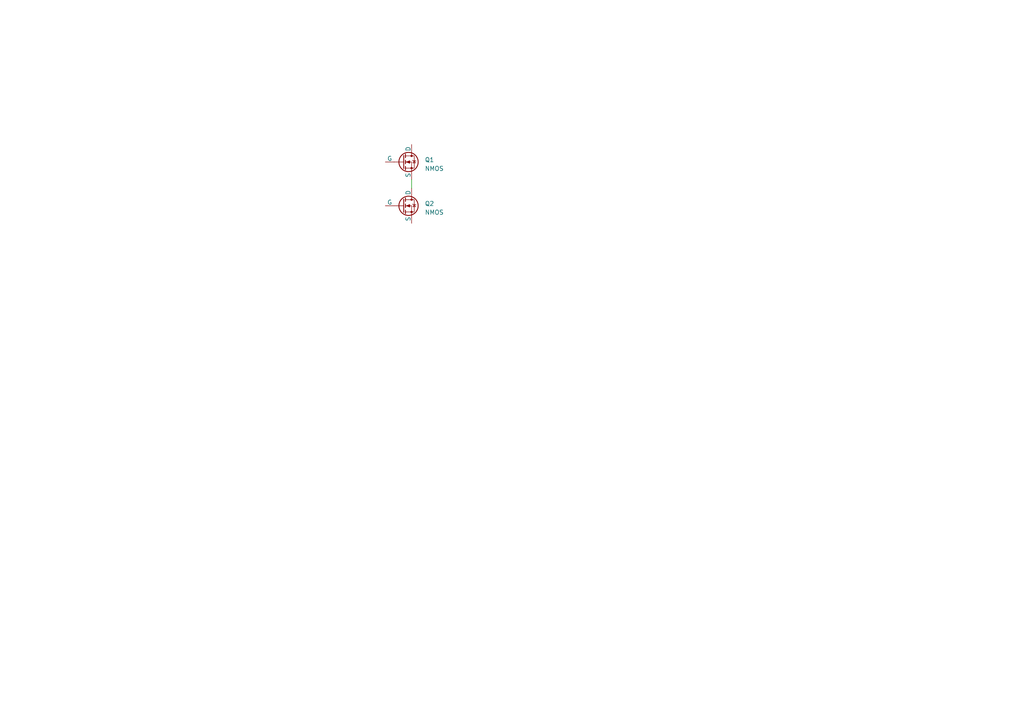
<source format=kicad_sch>
(kicad_sch (version 20230121) (generator eeschema)
  (paper "A4")
  (lib_symbols
    (symbol "Simulation_SPICE:NMOS" (pin_numbers hide) (pin_names (offset 0))
      (property "Reference" "Q" (at 5.08 1.27 0))
      (property "Value" "NMOS" (at 5.08 -1.27 0))
      (symbol "NMOS_0_1"
        (polyline (pts (xy 0.254 0) (xy -2.54 0)))
        (polyline (pts (xy 0.254 1.905) (xy 0.254 -1.905)) (stroke (width 0.254)))
        (polyline (pts (xy 0.762 -1.27) (xy 0.762 -2.286)) (stroke (width 0.254)))
        (polyline (pts (xy 0.762 0.508) (xy 0.762 -0.508)) (stroke (width 0.254)))
        (polyline (pts (xy 0.762 2.286) (xy 0.762 1.27)) (stroke (width 0.254)))
        (polyline (pts (xy 2.54 2.54) (xy 2.54 1.778)))
        (polyline (pts (xy 2.54 -2.54) (xy 2.54 0) (xy 0.762 0)))
        (polyline (pts (xy 0.762 -1.778) (xy 3.302 -1.778) (xy 3.302 1.778) (xy 0.762 1.778)))
        (polyline (pts (xy 1.016 0) (xy 2.032 0.381) (xy 2.032 -0.381) (xy 1.016 0)) (fill (type outline)))
        (polyline (pts (xy 2.794 0.508) (xy 2.921 0.381) (xy 3.683 0.381) (xy 3.81 0.254)))
        (polyline (pts (xy 3.302 0.381) (xy 2.921 -0.254) (xy 3.683 -0.254) (xy 3.302 0.381)))
        (circle (center 1.651 0) (radius 2.794) (stroke (width 0.254)))
        (circle (center 2.54 -1.778) (radius 0.254) (fill (type outline)))
        (circle (center 2.54 1.778) (radius 0.254) (fill (type outline)))
      )
      (symbol "NMOS_1_1"
        (pin passive line (at 2.54 5.08 270) (length 2.54) (name "D") (number "1"))
        (pin input line (at -5.08 0 0) (length 2.54) (name "G") (number "2"))
        (pin passive line (at 2.54 -5.08 90) (length 2.54) (name "S") (number "3"))
      )
    )
  )
  (wire (pts (xy 119.38 52.07) (xy 119.38 54.61)))
  (symbol (lib_id "Simulation_SPICE:NMOS") (at 116.84 59.69 0) (unit 1)
    (property "Reference" "Q2" (at 123.19 59.055 0) (effects (justify left)))
    (property "Value" "NMOS" (at 123.19 61.595 0) (effects (justify left)))
    (property "Datasheet" "https://ngspice.sourceforge.io/docs/ngspice-manual.pdf" (effects hide))
    (property "Sim.Device" "NMOS" (effects hide))
    (property "Sim.Type" "VDMOS" (effects hide))
    (property "Sim.Pins" "1=D 2=G 3=S" (effects hide))
  )
  (symbol (lib_id "Simulation_SPICE:NMOS") (at 116.84 46.99 0) (unit 1)
    (property "Reference" "Q1" (at 123.19 46.355 0) (effects (justify left)))
    (property "Value" "NMOS" (at 123.19 48.895 0) (effects (justify left)))
    (property "Datasheet" "https://ngspice.sourceforge.io/docs/ngspice-manual.pdf" (effects hide))
    (property "Sim.Device" "NMOS" (effects hide))
    (property "Sim.Type" "VDMOS" (effects hide))
    (property "Sim.Pins" "1=D 2=G 3=S" (effects hide))
  )
)
</source>
